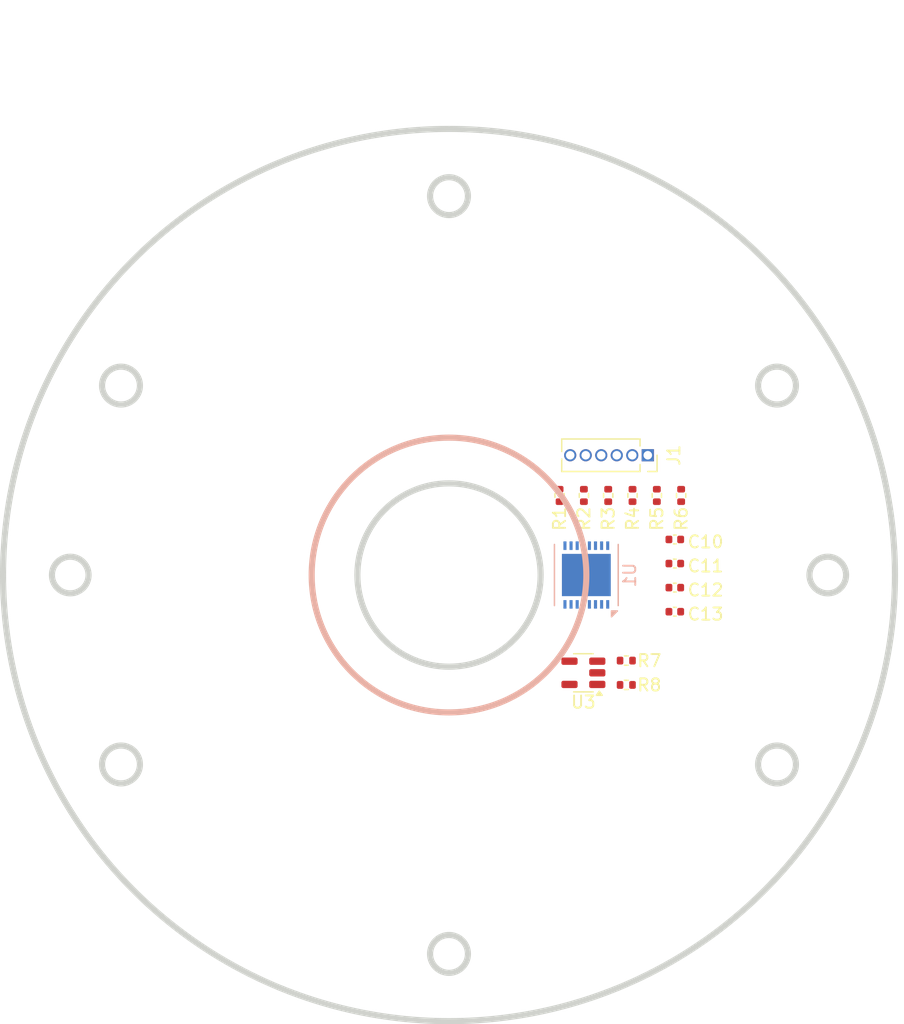
<source format=kicad_pcb>
(kicad_pcb (version 20240108) (generator "pcbnew") (generator_version "8.0")
  (layers (0 "F.Cu" signal) (31 "B.Cu" signal) (34 "B.Paste" user) (35 "F.Paste" user) (36 "B.SilkS" user "B.Silkscreen") (37 "F.SilkS" user "F.Silkscreen") (38 "B.Mask" user) (39 "F.Mask" user) (44 "Edge.Cuts" user))
  (net 0 "")
  (net 1 "+5V")
  (net 2 "GND")
  (net 3 "/SPI_MOSI")
  (net 4 "/SPI_CS")
  (net 5 "/SPI_SCK")
  (net 6 "/SPI_MISO")
  (net 7 "/SPI_MISO_1")
  (net 8 "/SDA")
  (net 9 "/SCL")
  (footprint "Capacitor_SMD:C_0402_1005Metric" (layer "F.Cu") (at 18.48 3)
    (property "Reference" "C13" (at 2.52 0.2 0) (layer "F.SilkS"))
    (property "Value" "4.7uF/10v")
    (fp_line (start -0.107836 -0.36) (end 0.107836 -0.36) (stroke (width 0.12)) (layer "F.SilkS"))
    (fp_line (start -0.107836 0.36) (end 0.107836 0.36) (stroke (width 0.12)) (layer "F.SilkS"))
    (pad "1" smd roundrect (at -0.48 0) (size 0.56 0.62) (layers "F.Cu" "F.Paste" "F.Mask") (net 1 "+5V"))
    (pad "2" smd roundrect (at 0.48 0) (size 0.56 0.62) (layers "F.Cu" "F.Paste" "F.Mask") (net 2 "GND"))
  )
  (footprint "Resistor_SMD:R_0402_1005Metric" (layer "F.Cu") (at 14.51 8.99)
    (property "Reference" "R8" (at 1.89 0.01 0) (layer "F.SilkS"))
    (property "Value" "2k")
    (fp_line (start -0.153641 -0.38) (end 0.153641 -0.38) (stroke (width 0.12)) (layer "F.SilkS"))
    (fp_line (start -0.153641 0.38) (end 0.153641 0.38) (stroke (width 0.12)) (layer "F.SilkS"))
    (pad "1" smd roundrect (at -0.51 0) (size 0.54 0.64) (layers "F.Cu" "F.Paste" "F.Mask") (net 1 "+5V"))
    (pad "2" smd roundrect (at 0.51 0) (size 0.54 0.64) (layers "F.Cu" "F.Paste" "F.Mask") (net 9 "/SCL"))
  )
  (footprint "Resistor_SMD:R_0402_1005Metric" (layer "F.Cu") (at 11.04 -6.51 90)
    (property "Reference" "R2" (at -1.91 0 270) (layer "F.SilkS"))
    (property "Value" "10k")
    (fp_line (start -0.153641 -0.38) (end 0.153641 -0.38) (stroke (width 0.12)) (layer "F.SilkS"))
    (fp_line (start -0.153641 0.38) (end 0.153641 0.38) (stroke (width 0.12)) (layer "F.SilkS"))
    (pad "1" smd roundrect (at -0.51 0 90) (size 0.54 0.64) (layers "F.Cu" "F.Paste" "F.Mask") (net 1 "+5V"))
    (pad "2" smd roundrect (at 0.51 0 90) (size 0.54 0.64) (layers "F.Cu" "F.Paste" "F.Mask") (net 4 "/SPI_CS"))
  )
  (footprint "Package_TO_SOT_SMD:SOT-23-5" (layer "F.Cu") (at 11 8 180)
    (property "Reference" "U3" (at 0 -2.4 180) (layer "F.SilkS"))
    (property "Value" "24AA02-OT")
    (fp_line (start 0 1.56) (end 0.8 1.56) (stroke (width 0.12)) (layer "F.SilkS"))
    (fp_line (start 0 1.56) (end -0.8 1.56) (stroke (width 0.12)) (layer "F.SilkS"))
    (fp_line (start 0 -1.56) (end 0.8 -1.56) (stroke (width 0.12)) (layer "F.SilkS"))
    (fp_line (start 0 -1.56) (end -0.8 -1.56) (stroke (width 0.12)) (layer "F.SilkS"))
    (fp_poly (pts (xy -1.3 -1.51) (xy -1.54 -1.84) (xy -1.06 -1.84) (xy -1.3 -1.51)) (stroke (width 0.12)) (fill solid) (layer "F.SilkS"))
    (pad "1" smd roundrect (at -1.1375 -0.95 180) (size 1.325 0.6) (layers "F.Cu" "F.Paste" "F.Mask") (net 9 "/SCL"))
    (pad "2" smd roundrect (at -1.1375 0 180) (size 1.325 0.6) (layers "F.Cu" "F.Paste" "F.Mask") (net 2 "GND"))
    (pad "3" smd roundrect (at -1.1375 0.95 180) (size 1.325 0.6) (layers "F.Cu" "F.Paste" "F.Mask") (net 8 "/SDA"))
    (pad "4" smd roundrect (at 1.1375 0.95 180) (size 1.325 0.6) (layers "F.Cu" "F.Paste" "F.Mask") (net 1 "+5V"))
    (pad "5" smd roundrect (at 1.1375 -0.95 180) (size 1.325 0.6) (layers "F.Cu" "F.Paste" "F.Mask"))
  )
  (footprint "Capacitor_SMD:C_0402_1005Metric" (layer "F.Cu") (at 18.48 -2.91)
    (property "Reference" "C10" (at 2.52 0.2 0) (layer "F.SilkS"))
    (property "Value" "4.7uF/10v")
    (fp_line (start -0.107836 -0.36) (end 0.107836 -0.36) (stroke (width 0.12)) (layer "F.SilkS"))
    (fp_line (start -0.107836 0.36) (end 0.107836 0.36) (stroke (width 0.12)) (layer "F.SilkS"))
    (pad "1" smd roundrect (at -0.48 0) (size 0.56 0.62) (layers "F.Cu" "F.Paste" "F.Mask") (net 1 "+5V"))
    (pad "2" smd roundrect (at 0.48 0) (size 0.56 0.62) (layers "F.Cu" "F.Paste" "F.Mask") (net 2 "GND"))
  )
  (footprint "Resistor_SMD:R_0402_1005Metric" (layer "F.Cu") (at 9.05 -6.51 90)
    (property "Reference" "R1" (at -1.91 0 270) (layer "F.SilkS"))
    (property "Value" "5K")
    (fp_line (start -0.153641 -0.38) (end 0.153641 -0.38) (stroke (width 0.12)) (layer "F.SilkS"))
    (fp_line (start -0.153641 0.38) (end 0.153641 0.38) (stroke (width 0.12)) (layer "F.SilkS"))
    (pad "1" smd roundrect (at -0.51 0 90) (size 0.54 0.64) (layers "F.Cu" "F.Paste" "F.Mask") (net 6 "/SPI_MISO"))
    (pad "2" smd roundrect (at 0.51 0 90) (size 0.54 0.64) (layers "F.Cu" "F.Paste" "F.Mask") (net 2 "GND"))
  )
  (footprint "Capacitor_SMD:C_0402_1005Metric" (layer "F.Cu") (at 18.48 1.03)
    (property "Reference" "C12" (at 2.52 0.2 0) (layer "F.SilkS"))
    (property "Value" "4.7uF/10v")
    (fp_line (start -0.107836 -0.36) (end 0.107836 -0.36) (stroke (width 0.12)) (layer "F.SilkS"))
    (fp_line (start -0.107836 0.36) (end 0.107836 0.36) (stroke (width 0.12)) (layer "F.SilkS"))
    (pad "1" smd roundrect (at -0.48 0) (size 0.56 0.62) (layers "F.Cu" "F.Paste" "F.Mask") (net 1 "+5V"))
    (pad "2" smd roundrect (at 0.48 0) (size 0.56 0.62) (layers "F.Cu" "F.Paste" "F.Mask") (net 2 "GND"))
  )
  (footprint "Resistor_SMD:R_0402_1005Metric" (layer "F.Cu") (at 19 -6.51 90)
    (property "Reference" "R6" (at -1.91 0 270) (layer "F.SilkS"))
    (property "Value" "2.49k")
    (fp_line (start -0.153641 -0.38) (end 0.153641 -0.38) (stroke (width 0.12)) (layer "F.SilkS"))
    (fp_line (start -0.153641 0.38) (end 0.153641 0.38) (stroke (width 0.12)) (layer "F.SilkS"))
    (pad "1" smd roundrect (at -0.51 0 90) (size 0.54 0.64) (layers "F.Cu" "F.Paste" "F.Mask") (net 7 "/SPI_MISO_1"))
    (pad "2" smd roundrect (at 0.51 0 90) (size 0.54 0.64) (layers "F.Cu" "F.Paste" "F.Mask") (net 6 "/SPI_MISO"))
  )
  (footprint "Resistor_SMD:R_0402_1005Metric" (layer "F.Cu") (at 17.01 -6.51 90)
    (property "Reference" "R5" (at -1.91 0 270) (layer "F.SilkS"))
    (property "Value" "10k")
    (fp_line (start -0.153641 -0.38) (end 0.153641 -0.38) (stroke (width 0.12)) (layer "F.SilkS"))
    (fp_line (start -0.153641 0.38) (end 0.153641 0.38) (stroke (width 0.12)) (layer "F.SilkS"))
    (pad "1" smd roundrect (at -0.51 0 90) (size 0.54 0.64) (layers "F.Cu" "F.Paste" "F.Mask") (net 3 "/SPI_MOSI"))
    (pad "2" smd roundrect (at 0.51 0 90) (size 0.54 0.64) (layers "F.Cu" "F.Paste" "F.Mask") (net 2 "GND"))
  )
  (footprint "Capacitor_SMD:C_0402_1005Metric" (layer "F.Cu") (at 18.48 -0.94)
    (property "Reference" "C11" (at 2.52 0.2 0) (layer "F.SilkS"))
    (property "Value" "4.7uF/10v")
    (fp_line (start -0.107836 -0.36) (end 0.107836 -0.36) (stroke (width 0.12)) (layer "F.SilkS"))
    (fp_line (start -0.107836 0.36) (end 0.107836 0.36) (stroke (width 0.12)) (layer "F.SilkS"))
    (pad "1" smd roundrect (at -0.48 0) (size 0.56 0.62) (layers "F.Cu" "F.Paste" "F.Mask") (net 1 "+5V"))
    (pad "2" smd roundrect (at 0.48 0) (size 0.56 0.62) (layers "F.Cu" "F.Paste" "F.Mask") (net 2 "GND"))
  )
  (footprint "Resistor_SMD:R_0402_1005Metric" (layer "F.Cu") (at 15.02 -6.51 90)
    (property "Reference" "R4" (at -1.91 0 270) (layer "F.SilkS"))
    (property "Value" "10k")
    (fp_line (start -0.153641 -0.38) (end 0.153641 -0.38) (stroke (width 0.12)) (layer "F.SilkS"))
    (fp_line (start -0.153641 0.38) (end 0.153641 0.38) (stroke (width 0.12)) (layer "F.SilkS"))
    (pad "1" smd roundrect (at -0.51 0 90) (size 0.54 0.64) (layers "F.Cu" "F.Paste" "F.Mask") (net 5 "/SPI_SCK"))
    (pad "2" smd roundrect (at 0.51 0 90) (size 0.54 0.64) (layers "F.Cu" "F.Paste" "F.Mask") (net 2 "GND"))
  )
  (footprint "Resistor_SMD:R_0402_1005Metric" (layer "F.Cu") (at 13.03 -6.51 90)
    (property "Reference" "R3" (at -1.91 0 270) (layer "F.SilkS"))
    (property "Value" "10k")
    (fp_line (start -0.153641 -0.38) (end 0.153641 -0.38) (stroke (width 0.12)) (layer "F.SilkS"))
    (fp_line (start -0.153641 0.38) (end 0.153641 0.38) (stroke (width 0.12)) (layer "F.SilkS"))
    (pad "1" smd roundrect (at -0.51 0 90) (size 0.54 0.64) (layers "F.Cu" "F.Paste" "F.Mask") (net 4 "/SPI_CS"))
    (pad "2" smd roundrect (at 0.51 0 90) (size 0.54 0.64) (layers "F.Cu" "F.Paste" "F.Mask") (net 2 "GND"))
  )
  (footprint "Resistor_SMD:R_0402_1005Metric" (layer "F.Cu") (at 14.51 7)
    (property "Reference" "R7" (at 1.89 0.01 0) (layer "F.SilkS"))
    (property "Value" "2k")
    (fp_line (start -0.153641 -0.38) (end 0.153641 -0.38) (stroke (width 0.12)) (layer "F.SilkS"))
    (fp_line (start -0.153641 0.38) (end 0.153641 0.38) (stroke (width 0.12)) (layer "F.SilkS"))
    (pad "1" smd roundrect (at -0.51 0) (size 0.54 0.64) (layers "F.Cu" "F.Paste" "F.Mask") (net 1 "+5V"))
    (pad "2" smd roundrect (at 0.51 0) (size 0.54 0.64) (layers "F.Cu" "F.Paste" "F.Mask") (net 8 "/SDA"))
  )
  (footprint "Connector_PinSocket_1.27mm:PinSocket_1x06_P1.27mm_Vertical" (layer "F.Cu") (at 16.27 -9.8 -90)
    (property "Reference" "J1" (at 0 -2.135 90) (layer "F.SilkS"))
    (property "Value" "Conn_01x06")
    (fp_line (start -1.33 7.045) (end -0.30753 7.045) (stroke (width 0.12)) (layer "F.SilkS"))
    (fp_line (start 0.30753 7.045) (end 1.33 7.045) (stroke (width 0.12)) (layer "F.SilkS"))
    (fp_line (start -1.33 0.635) (end -1.33 7.045) (stroke (width 0.12)) (layer "F.SilkS"))
    (fp_line (start -1.33 0.635) (end -0.76 0.635) (stroke (width 0.12)) (layer "F.SilkS"))
    (fp_line (start 0.76 0.635) (end 1.33 0.635) (stroke (width 0.12)) (layer "F.SilkS"))
    (fp_line (start 1.33 0.635) (end 1.33 7.045) (stroke (width 0.12)) (layer "F.SilkS"))
    (fp_line (start 0 -0.76) (end 1.33 -0.76) (stroke (width 0.12)) (layer "F.SilkS"))
    (fp_line (start 1.33 -0.76) (end 1.33 0) (stroke (width 0.12)) (layer "F.SilkS"))
    (pad "1" thru_hole rect (at 0 0 270) (size 1 1) (drill 0.7) (layers "*.Cu" "*.Mask") (net 1 "+5V"))
    (pad "2" thru_hole oval (at 0 1.27 270) (size 1 1) (drill 0.7) (layers "*.Cu" "*.Mask") (net 2 "GND"))
    (pad "3" thru_hole oval (at 0 2.54 270) (size 1 1) (drill 0.7) (layers "*.Cu" "*.Mask") (net 4 "/SPI_CS"))
    (pad "4" thru_hole oval (at 0 3.81 270) (size 1 1) (drill 0.7) (layers "*.Cu" "*.Mask") (net 3 "/SPI_MOSI"))
    (pad "5" thru_hole oval (at 0 5.08 270) (size 1 1) (drill 0.7) (layers "*.Cu" "*.Mask") (net 6 "/SPI_MISO"))
    (pad "6" thru_hole oval (at 0 6.35 270) (size 1 1) (drill 0.7) (layers "*.Cu" "*.Mask") (net 5 "/SPI_SCK"))
  )
  (footprint "Package_DFN_QFN:DFN-16-1EP_5x5mm_P0.5mm_EP3.46x4mm" (layer "B.Cu") (at 11.24 0 90)
    (property "Reference" "U1" (at 0 3.55 270) (layer "B.SilkS") (effects (justify mirror)))
    (property "Value" "ic_mu150")
    (fp_line (start 2.5 -2.61) (end -2.5 -2.61) (stroke (width 0.12)) (layer "B.SilkS"))
    (fp_line (start 2.5 2.61) (end -2.5 2.61) (stroke (width 0.12)) (layer "B.SilkS"))
    (fp_poly (pts (xy -2.94 2.06) (xy -3.42 2.06) (xy -2.94 2.54) (xy -2.94 2.06)) (stroke (width 0.12)) (fill solid) (layer "B.SilkS"))
    (pad "1" smd rect (at -2.4 1.75 90) (size 0.7 0.25) (layers "B.Cu" "B.Paste" "B.Mask") (net 9 "/SCL"))
    (pad "2" smd rect (at -2.4 1.25 90) (size 0.7 0.25) (layers "B.Cu" "B.Paste" "B.Mask") (net 8 "/SDA"))
    (pad "3" smd rect (at -2.4 0.75 90) (size 0.7 0.25) (layers "B.Cu" "B.Paste" "B.Mask") (net 1 "+5V"))
    (pad "4" smd rect (at -2.4 0.25 90) (size 0.7 0.25) (layers "B.Cu" "B.Paste" "B.Mask") (net 2 "GND"))
    (pad "5" smd rect (at -2.4 -0.25 90) (size 0.7 0.25) (layers "B.Cu" "B.Paste" "B.Mask"))
    (pad "6" smd rect (at -2.4 -0.75 90) (size 0.7 0.25) (layers "B.Cu" "B.Paste" "B.Mask"))
    (pad "7" smd rect (at -2.4 -1.25 90) (size 0.7 0.25) (layers "B.Cu" "B.Paste" "B.Mask"))
    (pad "8" smd rect (at -2.4 -1.75 90) (size 0.7 0.25) (layers "B.Cu" "B.Paste" "B.Mask"))
    (pad "9" smd rect (at 2.4 -1.75 90) (size 0.7 0.25) (layers "B.Cu" "B.Paste" "B.Mask") (net 7 "/SPI_MISO_1"))
    (pad "10" smd rect (at 2.4 -1.25 90) (size 0.7 0.25) (layers "B.Cu" "B.Paste" "B.Mask") (net 3 "/SPI_MOSI"))
    (pad "11" smd rect (at 2.4 -0.75 90) (size 0.7 0.25) (layers "B.Cu" "B.Paste" "B.Mask") (net 5 "/SPI_SCK"))
    (pad "12" smd rect (at 2.4 -0.25 90) (size 0.7 0.25) (layers "B.Cu" "B.Paste" "B.Mask") (net 4 "/SPI_CS"))
    (pad "13" smd rect (at 2.4 0.25 90) (size 0.7 0.25) (layers "B.Cu" "B.Paste" "B.Mask") (net 2 "GND"))
    (pad "14" smd rect (at 2.4 0.75 90) (size 0.7 0.25) (layers "B.Cu" "B.Paste" "B.Mask") (net 1 "+5V"))
    (pad "15" smd rect (at 2.4 1.25 90) (size 0.7 0.25) (layers "B.Cu" "B.Paste" "B.Mask"))
    (pad "16" smd rect (at 2.4 1.75 90) (size 0.7 0.25) (layers "B.Cu" "B.Paste" "B.Mask"))
    (pad "17" smd rect (at 0 0 90) (size 3.46 4) (layers "B.Cu" "B.Mask") (net 2 "GND"))
  )
  (gr_circle (center 0 0) (end 11.24 0) (stroke (width 0.5)) (fill none) (layer "B.SilkS"))
  (gr_circle (center 31 0) (end 32.5 0) (stroke (width 0.5)) (fill none) (layer "Edge.Cuts"))
  (gr_circle (center 0 0) (end 36.5 0) (stroke (width 0.5)) (fill none) (layer "Edge.Cuts"))
  (gr_circle (center 26.846788 -15.5) (end 28.396788 -15.5) (stroke (width 0.5)) (fill none) (layer "Edge.Cuts"))
  (gr_circle (center 26.846788 15.5) (end 28.396788 15.5) (stroke (width 0.5)) (fill none) (layer "Edge.Cuts"))
  (gr_circle (center 0 -31) (end 1.55 -31) (stroke (width 0.5)) (fill none) (layer "Edge.Cuts"))
  (gr_circle (center 0 0) (end 7.5 0) (stroke (width 0.5)) (fill none) (layer "Edge.Cuts"))
  (gr_circle (center -31 0) (end -29.5 0) (stroke (width 0.5)) (fill none) (layer "Edge.Cuts"))
  (gr_circle (center 0 31) (end 1.55 31) (stroke (width 0.5)) (fill none) (layer "Edge.Cuts"))
  (gr_circle (center -26.846787 15.5) (end -25.296787 15.5) (stroke (width 0.5)) (fill none) (layer "Edge.Cuts"))
  (gr_circle (center -26.846787 -15.5) (end -25.296787 -15.5) (stroke (width 0.5)) (fill none) (layer "Edge.Cuts"))
)
</source>
